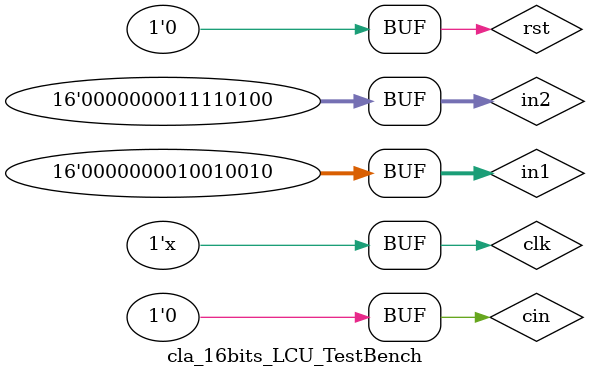
<source format=v>
`timescale 1ns / 1ps


module cla_16bits_LCU_TestBench;

	// Inputs
	reg clk;
	reg rst;
	reg [15:0] in1;
	reg [15:0] in2;
	reg cin;

	// Outputs
	wire [15:0] sum;
	wire cout;
	wire P;
	wire G;

	// Instantiate the Unit Under Test (UUT)
	wrapper uut (
		.clk(clk), 
		.rst(rst),
		.in1(in1), 
		.in2(in2), 
		.cin(cin), 
		.sum(sum), 
		.cout(cout),
		.P(P),
		.G(G)
	);
	
	initial begin
				
		// Initialize Inputs
		in1 <= 0;
		in2 <= 0;
		cin <= 0;
		rst <= 1'd1;
		clk <= 0;

		// Wait 100 ns for global reset to finish
		#100; rst <= 0;
	end
	
	always #10 clk=~clk;
	
	initial begin
		
		// Add stimulus here
		$monitor ("input1 = %d, input2 = %d, Carry in = %d, sum = %d, Carry out = %d, P = %d, G = %d", in1, in2, cin, sum, cout, P, G);
		
		
		in1 = 16'd437; in2 = 16'd341; cin = 0;
		#100;
		
		in1 = 16'd3500; in2 = 16'd6010; cin = 1;
		#100;
		
	   in1 = 16'd3000; in2 = 16'd1040; cin = 0;
		#100;
		
		in1 = 16'd146; in2 = 16'd244; cin = 0;
		#100;

	end
      
endmodule


</source>
